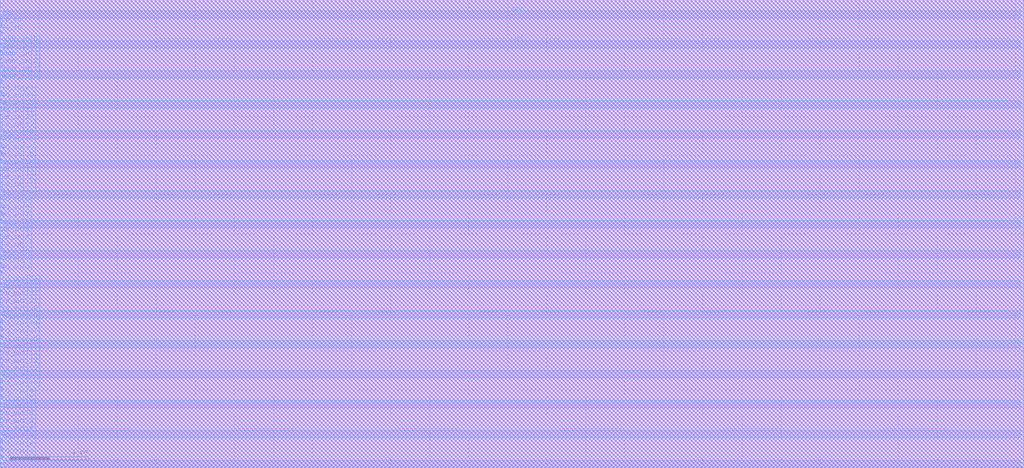
<source format=lef>
# Generated by FakeRAM 2.0
VERSION 5.7 ;
BUSBITCHARS "[]" ;
PROPERTYDEFINITIONS
  MACRO width INTEGER ;
  MACRO depth INTEGER ;
  MACRO banks INTEGER ;
END PROPERTYDEFINITIONS
MACRO fakeram7_64x25_bottom
  PROPERTY width 25 ;
  PROPERTY depth 64 ;
  PROPERTY banks 4 ;
  FOREIGN fakeram7_64x25_bottom 0 0 ;
  SYMMETRY X Y R90 ;
  SIZE 13.110 BY 6.000 ;
  CLASS BLOCK ;
  PIN rd_out[0]
    DIRECTION OUTPUT ;
    USE SIGNAL ;
    SHAPE ABUTMENT ;
    PORT
      LAYER M4 ;
      RECT 0.000 0.048 0.024 0.072 ;
    END
  END rd_out[0]
  PIN rd_out[1]
    DIRECTION OUTPUT ;
    USE SIGNAL ;
    SHAPE ABUTMENT ;
    PORT
      LAYER M4 ;
      RECT 0.000 0.144 0.024 0.168 ;
    END
  END rd_out[1]
  PIN rd_out[2]
    DIRECTION OUTPUT ;
    USE SIGNAL ;
    SHAPE ABUTMENT ;
    PORT
      LAYER M4 ;
      RECT 0.000 0.240 0.024 0.264 ;
    END
  END rd_out[2]
  PIN rd_out[3]
    DIRECTION OUTPUT ;
    USE SIGNAL ;
    SHAPE ABUTMENT ;
    PORT
      LAYER M4 ;
      RECT 0.000 0.336 0.024 0.360 ;
    END
  END rd_out[3]
  PIN rd_out[4]
    DIRECTION OUTPUT ;
    USE SIGNAL ;
    SHAPE ABUTMENT ;
    PORT
      LAYER M4 ;
      RECT 0.000 0.432 0.024 0.456 ;
    END
  END rd_out[4]
  PIN rd_out[5]
    DIRECTION OUTPUT ;
    USE SIGNAL ;
    SHAPE ABUTMENT ;
    PORT
      LAYER M4 ;
      RECT 0.000 0.528 0.024 0.552 ;
    END
  END rd_out[5]
  PIN rd_out[6]
    DIRECTION OUTPUT ;
    USE SIGNAL ;
    SHAPE ABUTMENT ;
    PORT
      LAYER M4 ;
      RECT 0.000 0.624 0.024 0.648 ;
    END
  END rd_out[6]
  PIN rd_out[7]
    DIRECTION OUTPUT ;
    USE SIGNAL ;
    SHAPE ABUTMENT ;
    PORT
      LAYER M4 ;
      RECT 0.000 0.720 0.024 0.744 ;
    END
  END rd_out[7]
  PIN rd_out[8]
    DIRECTION OUTPUT ;
    USE SIGNAL ;
    SHAPE ABUTMENT ;
    PORT
      LAYER M4 ;
      RECT 0.000 0.816 0.024 0.840 ;
    END
  END rd_out[8]
  PIN rd_out[9]
    DIRECTION OUTPUT ;
    USE SIGNAL ;
    SHAPE ABUTMENT ;
    PORT
      LAYER M4 ;
      RECT 0.000 0.912 0.024 0.936 ;
    END
  END rd_out[9]
  PIN rd_out[10]
    DIRECTION OUTPUT ;
    USE SIGNAL ;
    SHAPE ABUTMENT ;
    PORT
      LAYER M4 ;
      RECT 0.000 1.008 0.024 1.032 ;
    END
  END rd_out[10]
  PIN rd_out[11]
    DIRECTION OUTPUT ;
    USE SIGNAL ;
    SHAPE ABUTMENT ;
    PORT
      LAYER M4 ;
      RECT 0.000 1.104 0.024 1.128 ;
    END
  END rd_out[11]
  PIN rd_out[12]
    DIRECTION OUTPUT ;
    USE SIGNAL ;
    SHAPE ABUTMENT ;
    PORT
      LAYER M4 ;
      RECT 0.000 1.200 0.024 1.224 ;
    END
  END rd_out[12]
  PIN rd_out[13]
    DIRECTION OUTPUT ;
    USE SIGNAL ;
    SHAPE ABUTMENT ;
    PORT
      LAYER M4 ;
      RECT 0.000 1.296 0.024 1.320 ;
    END
  END rd_out[13]
  PIN rd_out[14]
    DIRECTION OUTPUT ;
    USE SIGNAL ;
    SHAPE ABUTMENT ;
    PORT
      LAYER M4 ;
      RECT 0.000 1.392 0.024 1.416 ;
    END
  END rd_out[14]
  PIN rd_out[15]
    DIRECTION OUTPUT ;
    USE SIGNAL ;
    SHAPE ABUTMENT ;
    PORT
      LAYER M4 ;
      RECT 0.000 1.488 0.024 1.512 ;
    END
  END rd_out[15]
  PIN rd_out[16]
    DIRECTION OUTPUT ;
    USE SIGNAL ;
    SHAPE ABUTMENT ;
    PORT
      LAYER M4 ;
      RECT 0.000 1.584 0.024 1.608 ;
    END
  END rd_out[16]
  PIN rd_out[17]
    DIRECTION OUTPUT ;
    USE SIGNAL ;
    SHAPE ABUTMENT ;
    PORT
      LAYER M4 ;
      RECT 0.000 1.680 0.024 1.704 ;
    END
  END rd_out[17]
  PIN rd_out[18]
    DIRECTION OUTPUT ;
    USE SIGNAL ;
    SHAPE ABUTMENT ;
    PORT
      LAYER M4 ;
      RECT 0.000 1.776 0.024 1.800 ;
    END
  END rd_out[18]
  PIN rd_out[19]
    DIRECTION OUTPUT ;
    USE SIGNAL ;
    SHAPE ABUTMENT ;
    PORT
      LAYER M4 ;
      RECT 0.000 1.872 0.024 1.896 ;
    END
  END rd_out[19]
  PIN rd_out[20]
    DIRECTION OUTPUT ;
    USE SIGNAL ;
    SHAPE ABUTMENT ;
    PORT
      LAYER M4 ;
      RECT 0.000 1.968 0.024 1.992 ;
    END
  END rd_out[20]
  PIN rd_out[21]
    DIRECTION OUTPUT ;
    USE SIGNAL ;
    SHAPE ABUTMENT ;
    PORT
      LAYER M4 ;
      RECT 0.000 2.064 0.024 2.088 ;
    END
  END rd_out[21]
  PIN rd_out[22]
    DIRECTION OUTPUT ;
    USE SIGNAL ;
    SHAPE ABUTMENT ;
    PORT
      LAYER M4 ;
      RECT 0.000 2.160 0.024 2.184 ;
    END
  END rd_out[22]
  PIN rd_out[23]
    DIRECTION OUTPUT ;
    USE SIGNAL ;
    SHAPE ABUTMENT ;
    PORT
      LAYER M4 ;
      RECT 0.000 2.256 0.024 2.280 ;
    END
  END rd_out[23]
  PIN rd_out[24]
    DIRECTION OUTPUT ;
    USE SIGNAL ;
    SHAPE ABUTMENT ;
    PORT
      LAYER M4 ;
      RECT 0.000 2.352 0.024 2.376 ;
    END
  END rd_out[24]
  PIN wd_in[0]
    DIRECTION INPUT ;
    USE SIGNAL ;
    SHAPE ABUTMENT ;
    PORT
      LAYER M4 ;
      RECT 0.000 2.496 0.024 2.520 ;
    END
  END wd_in[0]
  PIN wd_in[1]
    DIRECTION INPUT ;
    USE SIGNAL ;
    SHAPE ABUTMENT ;
    PORT
      LAYER M4 ;
      RECT 0.000 2.592 0.024 2.616 ;
    END
  END wd_in[1]
  PIN wd_in[2]
    DIRECTION INPUT ;
    USE SIGNAL ;
    SHAPE ABUTMENT ;
    PORT
      LAYER M4 ;
      RECT 0.000 2.688 0.024 2.712 ;
    END
  END wd_in[2]
  PIN wd_in[3]
    DIRECTION INPUT ;
    USE SIGNAL ;
    SHAPE ABUTMENT ;
    PORT
      LAYER M4 ;
      RECT 0.000 2.784 0.024 2.808 ;
    END
  END wd_in[3]
  PIN wd_in[4]
    DIRECTION INPUT ;
    USE SIGNAL ;
    SHAPE ABUTMENT ;
    PORT
      LAYER M4 ;
      RECT 0.000 2.880 0.024 2.904 ;
    END
  END wd_in[4]
  PIN wd_in[5]
    DIRECTION INPUT ;
    USE SIGNAL ;
    SHAPE ABUTMENT ;
    PORT
      LAYER M4 ;
      RECT 0.000 2.976 0.024 3.000 ;
    END
  END wd_in[5]
  PIN wd_in[6]
    DIRECTION INPUT ;
    USE SIGNAL ;
    SHAPE ABUTMENT ;
    PORT
      LAYER M4 ;
      RECT 0.000 3.072 0.024 3.096 ;
    END
  END wd_in[6]
  PIN wd_in[7]
    DIRECTION INPUT ;
    USE SIGNAL ;
    SHAPE ABUTMENT ;
    PORT
      LAYER M4 ;
      RECT 0.000 3.168 0.024 3.192 ;
    END
  END wd_in[7]
  PIN wd_in[8]
    DIRECTION INPUT ;
    USE SIGNAL ;
    SHAPE ABUTMENT ;
    PORT
      LAYER M4 ;
      RECT 0.000 3.264 0.024 3.288 ;
    END
  END wd_in[8]
  PIN wd_in[9]
    DIRECTION INPUT ;
    USE SIGNAL ;
    SHAPE ABUTMENT ;
    PORT
      LAYER M4 ;
      RECT 0.000 3.360 0.024 3.384 ;
    END
  END wd_in[9]
  PIN wd_in[10]
    DIRECTION INPUT ;
    USE SIGNAL ;
    SHAPE ABUTMENT ;
    PORT
      LAYER M4 ;
      RECT 0.000 3.456 0.024 3.480 ;
    END
  END wd_in[10]
  PIN wd_in[11]
    DIRECTION INPUT ;
    USE SIGNAL ;
    SHAPE ABUTMENT ;
    PORT
      LAYER M4 ;
      RECT 0.000 3.552 0.024 3.576 ;
    END
  END wd_in[11]
  PIN wd_in[12]
    DIRECTION INPUT ;
    USE SIGNAL ;
    SHAPE ABUTMENT ;
    PORT
      LAYER M4 ;
      RECT 0.000 3.648 0.024 3.672 ;
    END
  END wd_in[12]
  PIN wd_in[13]
    DIRECTION INPUT ;
    USE SIGNAL ;
    SHAPE ABUTMENT ;
    PORT
      LAYER M4 ;
      RECT 0.000 3.744 0.024 3.768 ;
    END
  END wd_in[13]
  PIN wd_in[14]
    DIRECTION INPUT ;
    USE SIGNAL ;
    SHAPE ABUTMENT ;
    PORT
      LAYER M4 ;
      RECT 0.000 3.840 0.024 3.864 ;
    END
  END wd_in[14]
  PIN wd_in[15]
    DIRECTION INPUT ;
    USE SIGNAL ;
    SHAPE ABUTMENT ;
    PORT
      LAYER M4 ;
      RECT 0.000 3.936 0.024 3.960 ;
    END
  END wd_in[15]
  PIN wd_in[16]
    DIRECTION INPUT ;
    USE SIGNAL ;
    SHAPE ABUTMENT ;
    PORT
      LAYER M4 ;
      RECT 0.000 4.032 0.024 4.056 ;
    END
  END wd_in[16]
  PIN wd_in[17]
    DIRECTION INPUT ;
    USE SIGNAL ;
    SHAPE ABUTMENT ;
    PORT
      LAYER M4 ;
      RECT 0.000 4.128 0.024 4.152 ;
    END
  END wd_in[17]
  PIN wd_in[18]
    DIRECTION INPUT ;
    USE SIGNAL ;
    SHAPE ABUTMENT ;
    PORT
      LAYER M4 ;
      RECT 0.000 4.224 0.024 4.248 ;
    END
  END wd_in[18]
  PIN wd_in[19]
    DIRECTION INPUT ;
    USE SIGNAL ;
    SHAPE ABUTMENT ;
    PORT
      LAYER M4 ;
      RECT 0.000 4.320 0.024 4.344 ;
    END
  END wd_in[19]
  PIN wd_in[20]
    DIRECTION INPUT ;
    USE SIGNAL ;
    SHAPE ABUTMENT ;
    PORT
      LAYER M4 ;
      RECT 0.000 4.416 0.024 4.440 ;
    END
  END wd_in[20]
  PIN wd_in[21]
    DIRECTION INPUT ;
    USE SIGNAL ;
    SHAPE ABUTMENT ;
    PORT
      LAYER M4 ;
      RECT 0.000 4.512 0.024 4.536 ;
    END
  END wd_in[21]
  PIN wd_in[22]
    DIRECTION INPUT ;
    USE SIGNAL ;
    SHAPE ABUTMENT ;
    PORT
      LAYER M4 ;
      RECT 0.000 4.608 0.024 4.632 ;
    END
  END wd_in[22]
  PIN wd_in[23]
    DIRECTION INPUT ;
    USE SIGNAL ;
    SHAPE ABUTMENT ;
    PORT
      LAYER M4 ;
      RECT 0.000 4.704 0.024 4.728 ;
    END
  END wd_in[23]
  PIN wd_in[24]
    DIRECTION INPUT ;
    USE SIGNAL ;
    SHAPE ABUTMENT ;
    PORT
      LAYER M4 ;
      RECT 0.000 4.800 0.024 4.824 ;
    END
  END wd_in[24]
  PIN addr_in[0]
    DIRECTION INPUT ;
    USE SIGNAL ;
    SHAPE ABUTMENT ;
    PORT
      LAYER M4 ;
      RECT 0.000 4.944 0.024 4.968 ;
    END
  END addr_in[0]
  PIN addr_in[1]
    DIRECTION INPUT ;
    USE SIGNAL ;
    SHAPE ABUTMENT ;
    PORT
      LAYER M4 ;
      RECT 0.000 5.040 0.024 5.064 ;
    END
  END addr_in[1]
  PIN addr_in[2]
    DIRECTION INPUT ;
    USE SIGNAL ;
    SHAPE ABUTMENT ;
    PORT
      LAYER M4 ;
      RECT 0.000 5.136 0.024 5.160 ;
    END
  END addr_in[2]
  PIN addr_in[3]
    DIRECTION INPUT ;
    USE SIGNAL ;
    SHAPE ABUTMENT ;
    PORT
      LAYER M4 ;
      RECT 0.000 5.232 0.024 5.256 ;
    END
  END addr_in[3]
  PIN addr_in[4]
    DIRECTION INPUT ;
    USE SIGNAL ;
    SHAPE ABUTMENT ;
    PORT
      LAYER M4 ;
      RECT 0.000 5.328 0.024 5.352 ;
    END
  END addr_in[4]
  PIN addr_in[5]
    DIRECTION INPUT ;
    USE SIGNAL ;
    SHAPE ABUTMENT ;
    PORT
      LAYER M4 ;
      RECT 0.000 5.424 0.024 5.448 ;
    END
  END addr_in[5]
  PIN we_in
    DIRECTION INPUT ;
    USE SIGNAL ;
    SHAPE ABUTMENT ;
    PORT
      LAYER M4 ;
      RECT 0.000 5.568 0.024 5.592 ;
    END
  END we_in
  PIN ce_in
    DIRECTION INPUT ;
    USE SIGNAL ;
    SHAPE ABUTMENT ;
    PORT
      LAYER M4 ;
      RECT 0.000 5.664 0.024 5.688 ;
    END
  END ce_in
  PIN clk
    DIRECTION INPUT ;
    USE SIGNAL ;
    SHAPE ABUTMENT ;
    PORT
      LAYER M4 ;
      RECT 0.000 5.760 0.024 5.784 ;
    END
  END clk
  PIN VSS
    DIRECTION INOUT ;
    USE GROUND ;
    PORT
      LAYER M4 ;
      RECT 0.048 0.000 13.062 0.096 ;
      RECT 0.048 0.768 13.062 0.864 ;
      RECT 0.048 1.536 13.062 1.632 ;
      RECT 0.048 2.304 13.062 2.400 ;
      RECT 0.048 3.072 13.062 3.168 ;
      RECT 0.048 3.840 13.062 3.936 ;
      RECT 0.048 4.608 13.062 4.704 ;
      RECT 0.048 5.376 13.062 5.472 ;
    END
  END VSS
  PIN VDD
    DIRECTION INOUT ;
    USE POWER ;
    PORT
      LAYER M4 ;
      RECT 0.048 0.384 13.062 0.480 ;
      RECT 0.048 1.152 13.062 1.248 ;
      RECT 0.048 1.920 13.062 2.016 ;
      RECT 0.048 2.688 13.062 2.784 ;
      RECT 0.048 3.456 13.062 3.552 ;
      RECT 0.048 4.224 13.062 4.320 ;
      RECT 0.048 4.992 13.062 5.088 ;
      RECT 0.048 5.760 13.062 5.856 ;
    END
  END VDD
  OBS
    LAYER M1 ;
    RECT 0 0 13.110 6.000 ;
    LAYER M2 ;
    RECT 0 0 13.110 6.000 ;
    LAYER M3 ;
    RECT 0 0 13.110 6.000 ;
    LAYER M4 ;
    RECT 0 0 13.110 6.000 ;
  END
END fakeram7_64x25_bottom

END LIBRARY

</source>
